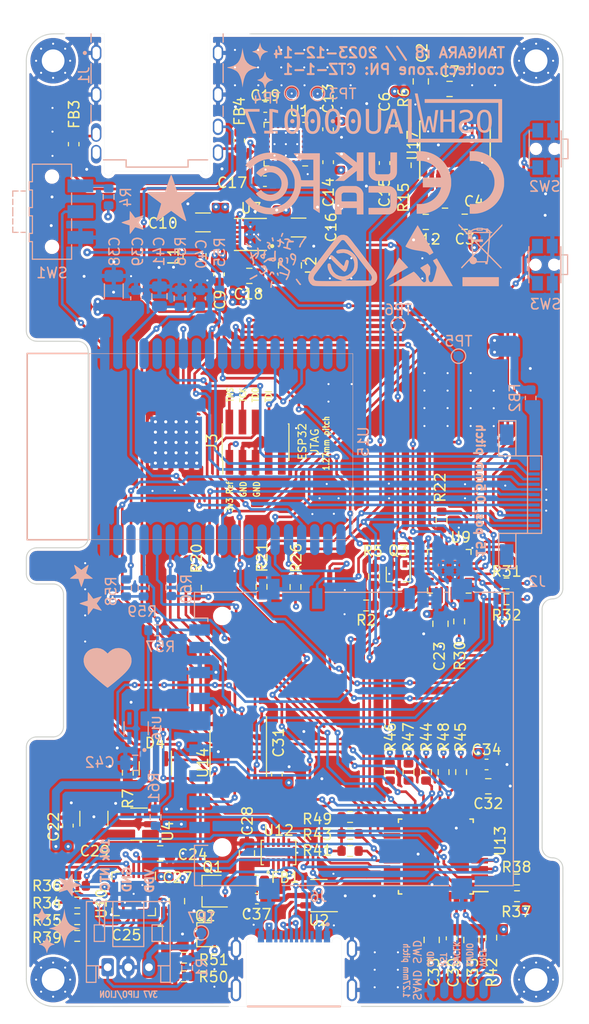
<source format=kicad_pcb>
(kicad_pcb (version 20221018) (generator pcbnew)

  (general
    (thickness 1.566672)
  )

  (paper "A4")
  (title_block
    (comment 4 "AISLER Project ID: ATEUINQR")
  )

  (layers
    (0 "F.Cu" signal)
    (1 "In1.Cu" signal)
    (2 "In2.Cu" signal)
    (31 "B.Cu" signal)
    (32 "B.Adhes" user "B.Adhesive")
    (33 "F.Adhes" user "F.Adhesive")
    (34 "B.Paste" user)
    (35 "F.Paste" user)
    (36 "B.SilkS" user "B.Silkscreen")
    (37 "F.SilkS" user "F.Silkscreen")
    (38 "B.Mask" user)
    (39 "F.Mask" user)
    (40 "Dwgs.User" user "User.Drawings")
    (41 "Cmts.User" user "User.Comments")
    (42 "Eco1.User" user "User.Eco1")
    (43 "Eco2.User" user "User.Eco2")
    (44 "Edge.Cuts" user)
    (45 "Margin" user)
    (46 "B.CrtYd" user "B.Courtyard")
    (47 "F.CrtYd" user "F.Courtyard")
    (48 "B.Fab" user)
    (49 "F.Fab" user)
    (50 "User.1" user)
    (51 "User.2" user)
    (52 "User.3" user)
    (53 "User.4" user)
    (54 "User.5" user)
    (55 "User.6" user)
    (56 "User.7" user)
    (57 "User.8" user)
    (58 "User.9" user)
  )

  (setup
    (stackup
      (layer "F.SilkS" (type "Top Silk Screen") (color "White"))
      (layer "F.Paste" (type "Top Solder Paste"))
      (layer "F.Mask" (type "Top Solder Mask") (color "Purple") (thickness 0.0254))
      (layer "F.Cu" (type "copper") (thickness 0.04318))
      (layer "dielectric 1" (type "prepreg") (thickness 0.202184) (material "FR408-HR") (epsilon_r 3.69) (loss_tangent 0.0091))
      (layer "In1.Cu" (type "copper") (thickness 0.017272))
      (layer "dielectric 2" (type "core") (thickness 0.9906) (material "FR408-HR") (epsilon_r 3.69) (loss_tangent 0.0091))
      (layer "In2.Cu" (type "copper") (thickness 0.017272))
      (layer "dielectric 3" (type "prepreg") (thickness 0.202184) (material "FR408-HR") (epsilon_r 3.69) (loss_tangent 0.0091))
      (layer "B.Cu" (type "copper") (thickness 0.04318))
      (layer "B.Mask" (type "Bottom Solder Mask") (color "Purple") (thickness 0.0254))
      (layer "B.Paste" (type "Bottom Solder Paste"))
      (layer "B.SilkS" (type "Bottom Silk Screen") (color "White"))
      (copper_finish "None")
      (dielectric_constraints no)
    )
    (pad_to_mask_clearance 0)
    (aux_axis_origin 117.25 51)
    (pcbplotparams
      (layerselection 0x00010fc_ffffffff)
      (plot_on_all_layers_selection 0x0000000_00000000)
      (disableapertmacros false)
      (usegerberextensions true)
      (usegerberattributes true)
      (usegerberadvancedattributes true)
      (creategerberjobfile true)
      (dashed_line_dash_ratio 12.000000)
      (dashed_line_gap_ratio 3.000000)
      (svgprecision 6)
      (plotframeref false)
      (viasonmask false)
      (mode 1)
      (useauxorigin false)
      (hpglpennumber 1)
      (hpglpenspeed 20)
      (hpglpendiameter 15.000000)
      (dxfpolygonmode true)
      (dxfimperialunits true)
      (dxfusepcbnewfont true)
      (psnegative false)
      (psa4output false)
      (plotreference true)
      (plotvalue true)
      (plotinvisibletext false)
      (sketchpadsonfab false)
      (subtractmaskfromsilk false)
      (outputformat 1)
      (mirror false)
      (drillshape 0)
      (scaleselection 1)
      (outputdirectory "gerbers2")
    )
  )

  (net 0 "")
  (net 1 "GND")
  (net 2 "/ESP_EN")
  (net 3 "BAT_LEVEL")
  (net 4 "SYS_POWER")
  (net 5 "USB.DP")
  (net 6 "USB.DN")
  (net 7 "3.5mm_DETECT")
  (net 8 "/JTAG.TMS")
  (net 9 "/JTAG.TCK")
  (net 10 "/JTAG.TDO")
  (net 11 "/JTAG.TDI")
  (net 12 "/SWD.SWDIO")
  (net 13 "/SWD.SWCLK")
  (net 14 "/SWD.RESET")
  (net 15 "/Power/NTC")
  (net 16 "~{CHG_PWR_OK}")
  (net 17 "I2C.SCL")
  (net 18 "VBUS")
  (net 19 "I2C.SDA")
  (net 20 "ESP_SPI.PICO")
  (net 21 "unconnected-(U9-IO0_5-Pad6)")
  (net 22 "ESP_SPI.SCLK")
  (net 23 "ESP_SPI.DISPLAY_CS")
  (net 24 "DISPLAY_LED_EN")
  (net 25 "/ESP_BOOT")
  (net 26 "~{SD_VDD_EN}")
  (net 27 "/UART.ESP.TX")
  (net 28 "ESP_SPI.POCI")
  (net 29 "DAC.DATA")
  (net 30 "DAC.BCK")
  (net 31 "ESP_SPI.SD_CS")
  (net 32 "DAC.LRCK")
  (net 33 "SAMD_SPI.POCI")
  (net 34 "/UART.ESP.RX")
  (net 35 "SAMD_SPI.CS")
  (net 36 "SAMD_SPI.PICO")
  (net 37 "/~{SAMD_INT}")
  (net 38 "SAMD_SPI.SCLK")
  (net 39 "CHG_SEL")
  (net 40 "AMP_EN")
  (net 41 "/Power/VBUS_SWITCHED")
  (net 42 "~{GPIO_INT}")
  (net 43 "USB_TCC0")
  (net 44 "USB_TCC1")
  (net 45 "KEY_LOCK")
  (net 46 "CHG_STAT1")
  (net 47 "CHG_STAT2")
  (net 48 "~{TOUCH_INT}")
  (net 49 "DISPLAY_DR")
  (net 50 "+3V3")
  (net 51 "+5VA")
  (net 52 "-5VA")
  (net 53 "KEY_VOL_UP")
  (net 54 "Net-(J7-Pin_3)")
  (net 55 "Net-(U1B-+)")
  (net 56 "KEY_VOL_DOWN")
  (net 57 "Net-(J4-CD{slash}DAT3)")
  (net 58 "Net-(J4-CMD)")
  (net 59 "Net-(J4-CLK)")
  (net 60 "Net-(J4-DAT0)")
  (net 61 "Net-(J4-DAT1)")
  (net 62 "Net-(J4-DAT2)")
  (net 63 "unconnected-(J1-Pad6)")
  (net 64 "Net-(J6-CC1)")
  (net 65 "Net-(U13-VDDCORE)")
  (net 66 "unconnected-(J3-UART_TX-Pad7)")
  (net 67 "unconnected-(J3-UART_RX-Pad9)")
  (net 68 "unconnected-(J3-nRst-Pad10)")
  (net 69 "unconnected-(J6-SBU1-PadA8)")
  (net 70 "unconnected-(J6-SBU2-PadB8)")
  (net 71 "Net-(U7-SWN)")
  (net 72 "Net-(U7-SWP)")
  (net 73 "Net-(Q1-G)")
  (net 74 "Net-(U1A-+)")
  (net 75 "Net-(U1A--)")
  (net 76 "Net-(C17-Pad2)")
  (net 77 "Net-(U1B--)")
  (net 78 "Net-(C19-Pad2)")
  (net 79 "Net-(U14E-~{OE})")
  (net 80 "Net-(U14E-S)")
  (net 81 "SYS_PWR_EN_SAMD")
  (net 82 "Net-(U10-CE)")
  (net 83 "Net-(U10-PROG3)")
  (net 84 "Net-(U10-PROG2)")
  (net 85 "Net-(U10-PROG1)")
  (net 86 "unconnected-(U1C-NC-Pad4)")
  (net 87 "unconnected-(U1-Pad6)")
  (net 88 "unconnected-(U1-Pad7)")
  (net 89 "unconnected-(U1-Pad8)")
  (net 90 "unconnected-(U1C-NC-Pad15)")
  (net 91 "unconnected-(U12-ORIENT-Pad8)")
  (net 92 "unconnected-(U12-SWMONI-Pad9)")
  (net 93 "unconnected-(U15-I39{slash}NOINT-Pad5)")
  (net 94 "unconnected-(U15-SHD{slash}SD2-Pad17)")
  (net 95 "unconnected-(U15-SWP{slash}SD3-Pad18)")
  (net 96 "unconnected-(U15-SCS{slash}CMD-Pad19)")
  (net 97 "unconnected-(U15-SCK{slash}CLK-Pad20)")
  (net 98 "unconnected-(U15-SDO{slash}SD0-Pad21)")
  (net 99 "unconnected-(U15-SDI{slash}SD1-Pad22)")
  (net 100 "unconnected-(U15-IO16-Pad27)")
  (net 101 "unconnected-(U15-IO17-Pad28)")
  (net 102 "unconnected-(U15-NC-Pad32)")
  (net 103 "Net-(J2-Pin_13)")
  (net 104 "Net-(FB3-Pad2)")
  (net 105 "Net-(FB4-Pad2)")
  (net 106 "Net-(J4-VDD)")
  (net 107 "unconnected-(U16-NC-Pad4)")
  (net 108 "Net-(SW1-C)")
  (net 109 "Net-(Q1-S)")
  (net 110 "DAC.MCK")
  (net 111 "SD_CD")
  (net 112 "Net-(U17-CPCA)")
  (net 113 "Net-(U17-CPCB)")
  (net 114 "unconnected-(U1-Pad1)")
  (net 115 "Net-(U17-VMID)")
  (net 116 "Net-(U17-CPVOUTN)")
  (net 117 "unconnected-(U1-Pad23)")
  (net 118 "Net-(U17-LINEVOUTL)")
  (net 119 "Net-(U17-LINEVOUTR)")
  (net 120 "unconnected-(U1-Pad24)")
  (net 121 "unconnected-(U17-ZFLAG-Pad7)")
  (net 122 "unconnected-(U9-IO0_6-Pad7)")
  (net 123 "Net-(Q3-G)")
  (net 124 "unconnected-(U9-IO1_5-Pad15)")
  (net 125 "unconnected-(U9-IO1_6-Pad16)")
  (net 126 "unconnected-(U9-IO1_7-Pad17)")
  (net 127 "Net-(U4-EN)")
  (net 128 "unconnected-(U4-NC-Pad4)")
  (net 129 "unconnected-(U13-PA06-Pad7)")
  (net 130 "unconnected-(U13-PA27-Pad25)")
  (net 131 "unconnected-(U13-PA28-Pad27)")
  (net 132 "Net-(Q2-D)")
  (net 133 "Net-(J6-CC2)")
  (net 134 "unconnected-(U13-PA07-Pad8)")
  (net 135 "unconnected-(U9-IO1_3-Pad13)")
  (net 136 "Net-(J6-DP-PadA6)")
  (net 137 "Net-(J6-DN-PadA7)")
  (net 138 "AMP_MUTE")

  (footprint "Package_TO_SOT_SMD:TSOT-23" (layer "F.Cu") (at 135.476849 134.455179 180))

  (footprint "Package_TO_SOT_SMD:SOT-23-5" (layer "F.Cu") (at 128.415497 127.954481 180))

  (footprint "footprints:MountingHole_2.2mm_M2_Pad_Via2" (layer "F.Cu") (at 166.9 143))

  (footprint "Inductor_SMD:L_1008_2520Metric" (layer "F.Cu") (at 133.801417 72.973879 90))

  (footprint "Capacitor_SMD:C_0805_2012Metric" (layer "F.Cu") (at 130.473198 130.774567))

  (footprint "Resistor_SMD:R_0603_1608Metric" (layer "F.Cu") (at 122.434189 137.149989 180))

  (footprint "Resistor_SMD:R_0603_1608Metric" (layer "F.Cu") (at 151.198456 103.968297 -90))

  (footprint "footprints:QFN-20-1EP_4x4mm_P0.5mm_EP2.5x2.5mm_ThermalVias2" (layer "F.Cu") (at 127.902083 134.695156 -90))

  (footprint "Capacitor_SMD:C_0805_2012Metric" (layer "F.Cu") (at 130.529632 138.571066))

  (footprint "Capacitor_SMD:C_0603_1608Metric" (layer "F.Cu") (at 152.216943 60.416276 -90))

  (footprint "Package_DFN_QFN:HVQFN-24-1EP_4x4mm_P0.5mm_EP2.1x2.1mm" (layer "F.Cu") (at 158.484595 103.47166 180))

  (footprint "Package_TO_SOT_SMD:SOT-23" (layer "F.Cu") (at 130.000805 122.549717 -90))

  (footprint "Resistor_SMD:R_0603_1608Metric" (layer "F.Cu") (at 148.873745 127.25515))

  (footprint "Capacitor_SMD:C_0603_1608Metric" (layer "F.Cu") (at 136.172745 74.724126 -90))

  (footprint "Resistor_SMD:R_0603_1608Metric" (layer "F.Cu") (at 165.049071 134.922126 180))

  (footprint "Resistor_SMD:R_0603_1608Metric" (layer "F.Cu") (at 159.445045 108.327463 90))

  (footprint "Capacitor_SMD:C_0603_1608Metric" (layer "F.Cu") (at 121.530086 128.089529 90))

  (footprint "Package_TO_SOT_SMD:SOT-323_SC-70" (layer "F.Cu") (at 153.539681 103.751753 -90))

  (footprint "Capacitor_SMD:C_0603_1608Metric" (layer "F.Cu") (at 146.738191 60.685697 -90))

  (footprint "Resistor_SMD:R_0603_1608Metric" (layer "F.Cu") (at 165.050103 133.305697 180))

  (footprint "Capacitor_SMD:C_0603_1608Metric" (layer "F.Cu") (at 152.216095 63.952058 90))

  (footprint "footprints:BD91N01NUX-E2" (layer "F.Cu") (at 141.938445 130.694772 90))

  (footprint "Capacitor_SMD:C_0805_2012Metric" (layer "F.Cu") (at 159.982062 69.634671 180))

  (footprint "Resistor_SMD:R_0603_1608Metric" (layer "F.Cu") (at 122.434189 138.766966 180))

  (footprint "Capacitor_SMD:C_0805_2012Metric" (layer "F.Cu") (at 156.782387 139.153476 90))

  (footprint "Inductor_SMD:L_0603_1608Metric" (layer "F.Cu") (at 139.793489 133.408759 180))

  (footprint "Resistor_SMD:R_0603_1608Metric" (layer "F.Cu") (at 148.873745 130.546956))

  (footprint "Resistor_SMD:R_0805_2012Metric" (layer "F.Cu") (at 154.05507 60.232017 -90))

  (footprint "Capacitor_SMD:C_0603_1608Metric" (layer "F.Cu") (at 140.620589 65.704592 180))

  (footprint "Capacitor_SMD:C_0805_2012Metric" (layer "F.Cu") (at 132.103885 135.401996 -90))

  (footprint "Capacitor_SMD:C_0603_1608Metric" (layer "F.Cu") (at 139.845147 135.157118 180))

  (footprint "Resistor_SMD:R_0603_1608Metric" (layer "F.Cu") (at 157.736387 98.523188 90))

  (footprint "Capacitor_SMD:C_0805_2012Metric" (layer "F.Cu") (at 139.111897 74.874786))

  (footprint "Resistor_SMD:R_0603_1608Metric" (layer "F.Cu") (at 122.439406 135.533013))

  (footprint "Resistor_SMD:R_0603_1608Metric" (layer "F.Cu") (at 132.78644 140.877326))

  (footprint "Inductor_SMD:L_1008_2520Metric" (layer "F.Cu") (at 143.044904 73.86026 -90))

  (footprint "Capacitor_SMD:C_0805_2012Metric" (layer "F.Cu") (at 156.207041 69.648592 180))

  (footprint "Capacitor_SMD:C_0805_2012Metric" (layer "F.Cu") (at 158.07357 67.582319 180))

  (footprint "Resistor_SMD:R_0603_1608Metric" (layer "F.Cu") (at 162.554135 138.938126 -90))

  (footprint "Package_SO:TSSOP-16_4.4x5mm_P0.65mm" (layer "F.Cu") (at 138.037154 121.127252 -90))

  (footprint "Capacitor_SMD:C_0805_2012Metric" (layer "F.Cu") (at 158.513691 56.778764))

  (footprint "Inductor_SMD:L_0603_1608Metric" (layer "F.Cu") (at 138.136435 61.76766 -90))

  (footprint "Resistor_SMD:R_0603_1608Metric" (layer "F.Cu") (at 133.941895 105.064074 90))

  (footprint "NetTie:NetTie-2_SMD_Pad0.5mm" (layer "F.Cu") (at 146.902022 104.10454 -90))

  (footprint "Resistor_SMD:R_0603_1608Metric" (layer "F.Cu") (at 143.585559 104.993281 90))

  (footprint "Resistor_SMD:R_0603_1608Metric" (layer "F.Cu") (at 140.296114 104.976392 90))

  (footprint "Package_TO_SOT_SMD:SOT-23-6" (layer "F.Cu")
    (tstamp 98c16f2b-77bb-43d5-908d-2856eeb3b2ec)
    (at 145.845749 134.861076 180)
    (descr "SOT, 6 Pin (https://www.jedec.org/sites/default/files/docs/Mo-178c.PDF variant AB), generated with kicad-footprint-generator ipc_gullwing_generator.py")
    (tags "SOT TO_SOT_SMD")
    (property "MPN" "USBLC6-2SC6")
    (property "Sheetfile" "power.kicad_sch")
    (property "Sheetname" "Power")
    (property "ki_description" "Very low capacitance ESD protection diode, 2 data-line, SOT-23-6")
   
... [3775023 chars truncated]
</source>
